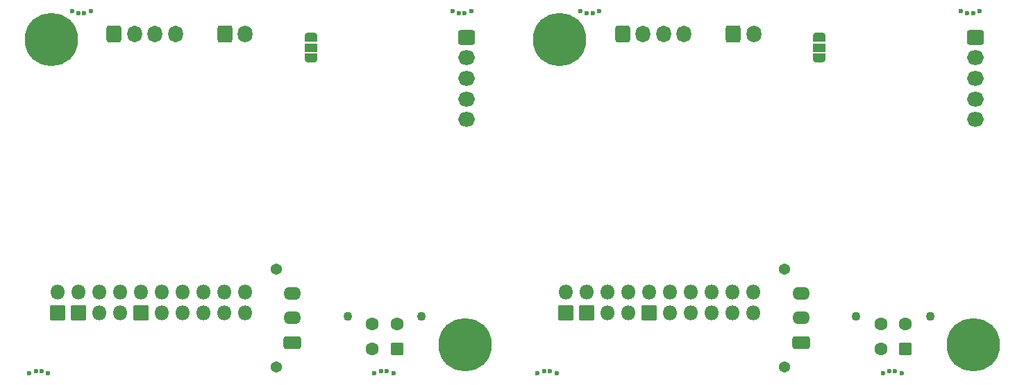
<source format=gbr>
%TF.GenerationSoftware,KiCad,Pcbnew,7.0.1-0*%
%TF.CreationDate,2023-04-11T20:51:41+02:00*%
%TF.ProjectId,SmartDisplay,536d6172-7444-4697-9370-6c61792e6b69,rev?*%
%TF.SameCoordinates,Original*%
%TF.FileFunction,Soldermask,Bot*%
%TF.FilePolarity,Negative*%
%FSLAX46Y46*%
G04 Gerber Fmt 4.6, Leading zero omitted, Abs format (unit mm)*
G04 Created by KiCad (PCBNEW 7.0.1-0) date 2023-04-11 20:51:41*
%MOMM*%
%LPD*%
G01*
G04 APERTURE LIST*
G04 Aperture macros list*
%AMRoundRect*
0 Rectangle with rounded corners*
0 $1 Rounding radius*
0 $2 $3 $4 $5 $6 $7 $8 $9 X,Y pos of 4 corners*
0 Add a 4 corners polygon primitive as box body*
4,1,4,$2,$3,$4,$5,$6,$7,$8,$9,$2,$3,0*
0 Add four circle primitives for the rounded corners*
1,1,$1+$1,$2,$3*
1,1,$1+$1,$4,$5*
1,1,$1+$1,$6,$7*
1,1,$1+$1,$8,$9*
0 Add four rect primitives between the rounded corners*
20,1,$1+$1,$2,$3,$4,$5,0*
20,1,$1+$1,$4,$5,$6,$7,0*
20,1,$1+$1,$6,$7,$8,$9,0*
20,1,$1+$1,$8,$9,$2,$3,0*%
%AMFreePoly0*
4,1,35,0.585355,0.785355,0.600000,0.750000,0.600000,-0.750000,0.585355,-0.785355,0.550000,-0.800000,0.000000,-0.800000,-0.012286,-0.794911,-0.071157,-0.794911,-0.085244,-0.792886,-0.221795,-0.752791,-0.234740,-0.746879,-0.354462,-0.669938,-0.365217,-0.660618,-0.458414,-0.553063,-0.466109,-0.541091,-0.525228,-0.411637,-0.529237,-0.397982,-0.549491,-0.257116,-0.550000,-0.250000,-0.550000,0.250000,
-0.549491,0.257116,-0.529237,0.397982,-0.525228,0.411637,-0.466109,0.541091,-0.458414,0.553063,-0.365217,0.660618,-0.354462,0.669938,-0.234740,0.746879,-0.221795,0.752791,-0.085244,0.792886,-0.071157,0.794911,-0.012286,0.794911,0.000000,0.800000,0.550000,0.800000,0.585355,0.785355,0.585355,0.785355,$1*%
%AMFreePoly1*
4,1,35,0.012286,0.794911,0.071157,0.794911,0.085244,0.792886,0.221795,0.752791,0.234740,0.746879,0.354462,0.669938,0.365217,0.660618,0.458414,0.553063,0.466109,0.541091,0.525228,0.411637,0.529237,0.397982,0.549491,0.257116,0.550000,0.250000,0.550000,-0.250000,0.549491,-0.257116,0.529237,-0.397982,0.525228,-0.411637,0.466109,-0.541091,0.458414,-0.553063,0.365217,-0.660618,
0.354462,-0.669938,0.234740,-0.746879,0.221795,-0.752791,0.085244,-0.792886,0.071157,-0.794911,0.012286,-0.794911,0.000000,-0.800000,-0.550000,-0.800000,-0.585355,-0.785355,-0.600000,-0.750000,-0.600000,0.750000,-0.585355,0.785355,-0.550000,0.800000,0.000000,0.800000,0.012286,0.794911,0.012286,0.794911,$1*%
G04 Aperture macros list end*
%ADD10C,1.370000*%
%ADD11RoundRect,0.300000X0.760000X-0.500000X0.760000X0.500000X-0.760000X0.500000X-0.760000X-0.500000X0*%
%ADD12O,2.120000X1.600000*%
%ADD13FreePoly0,270.000000*%
%ADD14RoundRect,0.050000X-0.750000X0.500000X-0.750000X-0.500000X0.750000X-0.500000X0.750000X0.500000X0*%
%ADD15FreePoly1,270.000000*%
%ADD16C,0.900000*%
%ADD17C,6.500000*%
%ADD18C,0.600000*%
%ADD19RoundRect,0.300000X-0.600000X-0.725000X0.600000X-0.725000X0.600000X0.725000X-0.600000X0.725000X0*%
%ADD20O,1.800000X2.050000*%
%ADD21RoundRect,0.050000X0.850000X-0.850000X0.850000X0.850000X-0.850000X0.850000X-0.850000X-0.850000X0*%
%ADD22O,1.800000X1.800000*%
%ADD23RoundRect,0.300000X-0.725000X0.600000X-0.725000X-0.600000X0.725000X-0.600000X0.725000X0.600000X0*%
%ADD24O,2.050000X1.800000*%
%ADD25C,1.100000*%
%ADD26RoundRect,0.300000X0.500000X0.500000X-0.500000X0.500000X-0.500000X-0.500000X0.500000X-0.500000X0*%
%ADD27C,1.600000*%
%ADD28RoundRect,0.300000X-0.600000X-0.750000X0.600000X-0.750000X0.600000X0.750000X-0.600000X0.750000X0*%
%ADD29O,1.800000X2.100000*%
G04 APERTURE END LIST*
D10*
%TO.C,J16*%
X220290000Y-120920000D03*
X220290000Y-108920000D03*
D11*
X222250000Y-117920000D03*
D12*
X222250000Y-114920000D03*
X222250000Y-111920000D03*
%TD*%
D13*
%TO.C,JP5*%
X224500000Y-80620000D03*
D14*
X224500000Y-81920000D03*
D15*
X224500000Y-83220000D03*
%TD*%
D16*
%TO.C,H3*%
X190410000Y-80899000D03*
X191112944Y-79201944D03*
X191112944Y-82596056D03*
X192810000Y-78499000D03*
D17*
X192810000Y-80899000D03*
D16*
X192810000Y-83299000D03*
X194507056Y-79201944D03*
X194507056Y-82596056D03*
X195210000Y-80899000D03*
%TD*%
%TO.C,H4*%
X245675056Y-118156056D03*
X244972112Y-119853112D03*
X244972112Y-116459000D03*
X243275056Y-120556056D03*
D17*
X243275056Y-118156056D03*
D16*
X243275056Y-115756056D03*
X241578000Y-119853112D03*
X241578000Y-116459000D03*
X240875056Y-118156056D03*
%TD*%
D18*
%TO.C,mouse-bite-1mm-slot3*%
X195350000Y-77470000D03*
X196150000Y-77720000D03*
X196850000Y-77720000D03*
X197650000Y-77470000D03*
%TD*%
D19*
%TO.C,J12*%
X200500000Y-80264000D03*
D20*
X203000000Y-80264000D03*
X205500000Y-80264000D03*
X208000000Y-80264000D03*
%TD*%
D18*
%TO.C,mouse-bite-1mm-slot2*%
X234550000Y-121670000D03*
X233750000Y-121420000D03*
X233050000Y-121420000D03*
X232250000Y-121670000D03*
%TD*%
%TO.C,mouse-bite-1mm-slot4*%
X241750000Y-77470000D03*
X242550000Y-77720000D03*
X243250000Y-77720000D03*
X244050000Y-77470000D03*
%TD*%
D21*
%TO.C,J11*%
X193572000Y-114300000D03*
D22*
X193572000Y-111760000D03*
%TD*%
D18*
%TO.C,mouse-bite-1mm-slot1*%
X192450000Y-121670000D03*
X191650000Y-121420000D03*
X190950000Y-121420000D03*
X190150000Y-121670000D03*
%TD*%
D21*
%TO.C,J15*%
X203732000Y-114300000D03*
D22*
X203732000Y-111760000D03*
X206272000Y-114300000D03*
X206272000Y-111760000D03*
X208812000Y-114300000D03*
X208812000Y-111760000D03*
X211352000Y-114300000D03*
X211352000Y-111760000D03*
X213892000Y-114300000D03*
X213892000Y-111760000D03*
X216432000Y-114300000D03*
X216432000Y-111760000D03*
%TD*%
D21*
%TO.C,J13*%
X196112000Y-114300000D03*
D22*
X196112000Y-111760000D03*
X198652000Y-114300000D03*
X198652000Y-111760000D03*
X201192000Y-114300000D03*
X201192000Y-111760000D03*
%TD*%
D23*
%TO.C,J14*%
X243500000Y-80670000D03*
D24*
X243500000Y-83170000D03*
X243500000Y-85670000D03*
X243500000Y-88170000D03*
X243500000Y-90670000D03*
%TD*%
D25*
%TO.C,J9*%
X238000000Y-114730000D03*
X229000000Y-114730000D03*
D26*
X235000000Y-118670000D03*
D27*
X232000000Y-118670000D03*
X235000000Y-115670000D03*
X232000000Y-115670000D03*
%TD*%
D28*
%TO.C,J10*%
X214000000Y-80264000D03*
D29*
X216500000Y-80264000D03*
%TD*%
D16*
%TO.C,H1*%
X128410000Y-80899000D03*
X129112944Y-79201944D03*
X129112944Y-82596056D03*
X130810000Y-78499000D03*
D17*
X130810000Y-80899000D03*
D16*
X130810000Y-83299000D03*
X132507056Y-79201944D03*
X132507056Y-82596056D03*
X133210000Y-80899000D03*
%TD*%
%TO.C,H2*%
X183675056Y-118156056D03*
X182972112Y-119853112D03*
X182972112Y-116459000D03*
X181275056Y-120556056D03*
D17*
X181275056Y-118156056D03*
D16*
X181275056Y-115756056D03*
X179578000Y-119853112D03*
X179578000Y-116459000D03*
X178875056Y-118156056D03*
%TD*%
D21*
%TO.C,J5*%
X134112000Y-114300000D03*
D22*
X134112000Y-111760000D03*
X136652000Y-114300000D03*
X136652000Y-111760000D03*
X139192000Y-114300000D03*
X139192000Y-111760000D03*
%TD*%
D21*
%TO.C,J7*%
X141732000Y-114300000D03*
D22*
X141732000Y-111760000D03*
X144272000Y-114300000D03*
X144272000Y-111760000D03*
X146812000Y-114300000D03*
X146812000Y-111760000D03*
X149352000Y-114300000D03*
X149352000Y-111760000D03*
X151892000Y-114300000D03*
X151892000Y-111760000D03*
X154432000Y-114300000D03*
X154432000Y-111760000D03*
%TD*%
D21*
%TO.C,J3*%
X131572000Y-114300000D03*
D22*
X131572000Y-111760000D03*
%TD*%
D28*
%TO.C,J2*%
X152000000Y-80264000D03*
D29*
X154500000Y-80264000D03*
%TD*%
D23*
%TO.C,J6*%
X181500000Y-80670000D03*
D24*
X181500000Y-83170000D03*
X181500000Y-85670000D03*
X181500000Y-88170000D03*
X181500000Y-90670000D03*
%TD*%
D25*
%TO.C,J1*%
X176000000Y-114730000D03*
X167000000Y-114730000D03*
D26*
X173000000Y-118670000D03*
D27*
X170000000Y-118670000D03*
X173000000Y-115670000D03*
X170000000Y-115670000D03*
%TD*%
D10*
%TO.C,J8*%
X158290000Y-120920000D03*
X158290000Y-108920000D03*
D11*
X160250000Y-117920000D03*
D12*
X160250000Y-114920000D03*
X160250000Y-111920000D03*
%TD*%
D19*
%TO.C,J4*%
X138500000Y-80264000D03*
D20*
X141000000Y-80264000D03*
X143500000Y-80264000D03*
X146000000Y-80264000D03*
%TD*%
D18*
%TO.C,mouse-bite-1mm-slot*%
X172550000Y-121670000D03*
X171750000Y-121420000D03*
X171050000Y-121420000D03*
X170250000Y-121670000D03*
%TD*%
%TO.C,mouse-bite-1mm-slot*%
X133350000Y-77470000D03*
X134150000Y-77720000D03*
X134850000Y-77720000D03*
X135650000Y-77470000D03*
%TD*%
%TO.C,mouse-bite-1mm-slot*%
X179750000Y-77470000D03*
X180550000Y-77720000D03*
X181250000Y-77720000D03*
X182050000Y-77470000D03*
%TD*%
%TO.C,mouse-bite-1mm-slot*%
X130450000Y-121670000D03*
X129650000Y-121420000D03*
X128950000Y-121420000D03*
X128150000Y-121670000D03*
%TD*%
D13*
%TO.C,JP3*%
X162500000Y-80620000D03*
D14*
X162500000Y-81920000D03*
D15*
X162500000Y-83220000D03*
%TD*%
M02*

</source>
